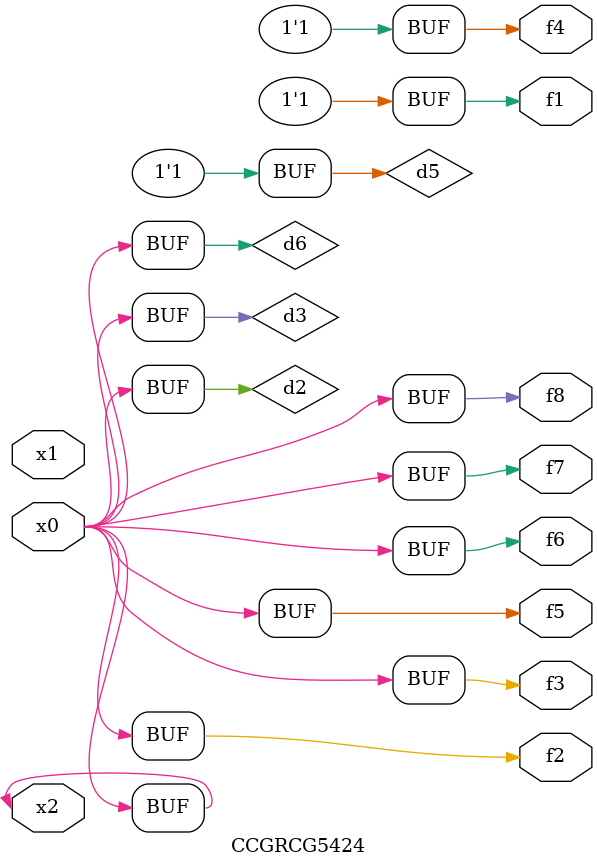
<source format=v>
module CCGRCG5424(
	input x0, x1, x2,
	output f1, f2, f3, f4, f5, f6, f7, f8
);

	wire d1, d2, d3, d4, d5, d6;

	xnor (d1, x2);
	buf (d2, x0, x2);
	and (d3, x0);
	xnor (d4, x1, x2);
	nand (d5, d1, d3);
	buf (d6, d2, d3);
	assign f1 = d5;
	assign f2 = d6;
	assign f3 = d6;
	assign f4 = d5;
	assign f5 = d6;
	assign f6 = d6;
	assign f7 = d6;
	assign f8 = d6;
endmodule

</source>
